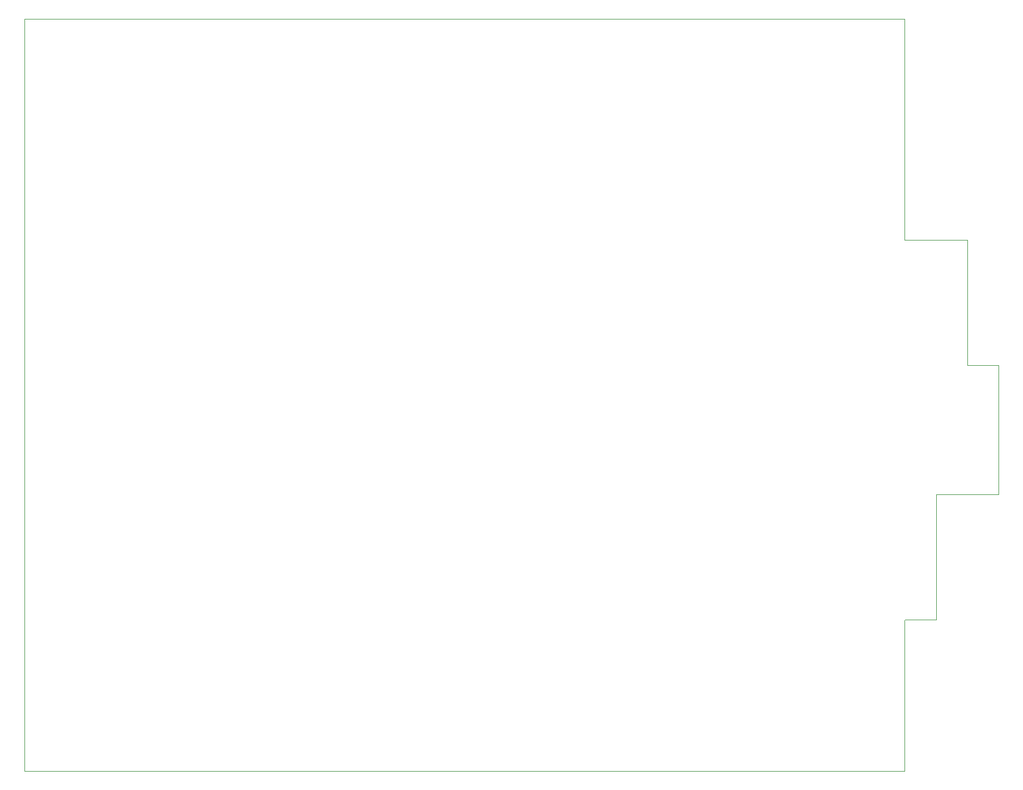
<source format=gbr>
%TF.GenerationSoftware,KiCad,Pcbnew,7.0.9*%
%TF.CreationDate,2024-01-14T19:33:28+01:00*%
%TF.ProjectId,left_pcb,6c656674-5f70-4636-922e-6b696361645f,rev?*%
%TF.SameCoordinates,Original*%
%TF.FileFunction,Profile,NP*%
%FSLAX46Y46*%
G04 Gerber Fmt 4.6, Leading zero omitted, Abs format (unit mm)*
G04 Created by KiCad (PCBNEW 7.0.9) date 2024-01-14 19:33:28*
%MOMM*%
%LPD*%
G01*
G04 APERTURE LIST*
%TA.AperFunction,Profile*%
%ADD10C,0.100000*%
%TD*%
G04 APERTURE END LIST*
D10*
X71500000Y-52800000D02*
X81000000Y-52800000D01*
X81000000Y-71850000D01*
X85750000Y-71850000D01*
X85750000Y-91500000D01*
X76250000Y-91500000D01*
X76250000Y-110550000D01*
X71550000Y-110550000D01*
X71500000Y-110600000D01*
X71500000Y-133505600D01*
X-62450000Y-133505600D01*
X-62450000Y-19150000D01*
X71500000Y-19150000D01*
X71500000Y-52800000D01*
M02*

</source>
